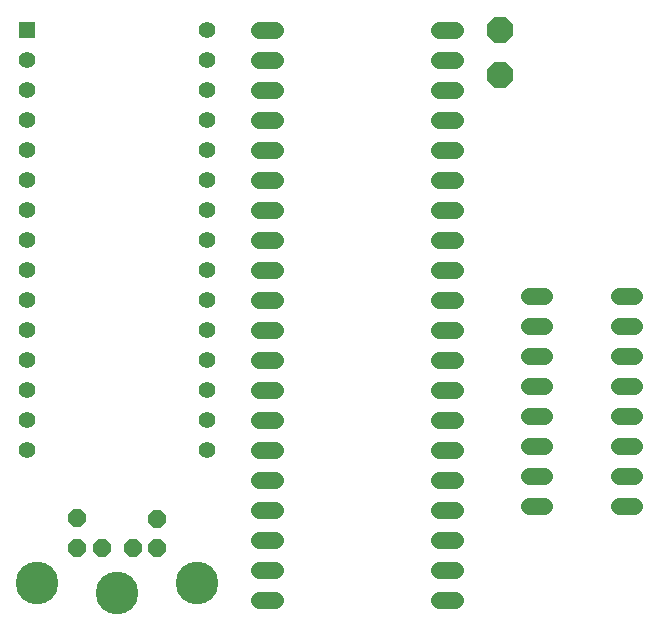
<source format=gbr>
G04 EAGLE Gerber RS-274X export*
G75*
%MOMM*%
%FSLAX34Y34*%
%LPD*%
%INSoldermask Top*%
%IPPOS*%
%AMOC8*
5,1,8,0,0,1.08239X$1,22.5*%
G01*
%ADD10R,1.409600X1.409600*%
%ADD11C,1.409600*%
%ADD12C,1.422400*%
%ADD13C,3.601600*%
%ADD14P,1.649562X8X202.500000*%
%ADD15P,2.446851X8X112.500000*%


D10*
X19050Y508000D03*
D11*
X19050Y482600D03*
X19050Y457200D03*
X19050Y431800D03*
X19050Y406400D03*
X19050Y381000D03*
X19050Y355600D03*
X19050Y330200D03*
X19050Y304800D03*
X19050Y279400D03*
X19050Y254000D03*
X19050Y228600D03*
X19050Y203200D03*
X19050Y177800D03*
X19050Y152400D03*
X171450Y152400D03*
X171450Y177800D03*
X171450Y203200D03*
X171450Y228600D03*
X171450Y254000D03*
X171450Y279400D03*
X171450Y304800D03*
X171450Y330200D03*
X171450Y355600D03*
X171450Y381000D03*
X171450Y406400D03*
X171450Y431800D03*
X171450Y457200D03*
X171450Y482600D03*
X171450Y508000D03*
D12*
X215646Y508000D02*
X228854Y508000D01*
X228854Y482600D02*
X215646Y482600D01*
X215646Y457200D02*
X228854Y457200D01*
X228854Y431800D02*
X215646Y431800D01*
X215646Y406400D02*
X228854Y406400D01*
X228854Y381000D02*
X215646Y381000D01*
X215646Y355600D02*
X228854Y355600D01*
X228854Y330200D02*
X215646Y330200D01*
X215646Y304800D02*
X228854Y304800D01*
X228854Y279400D02*
X215646Y279400D01*
X215646Y254000D02*
X228854Y254000D01*
X228854Y228600D02*
X215646Y228600D01*
X215646Y203200D02*
X228854Y203200D01*
X228854Y177800D02*
X215646Y177800D01*
X215646Y152400D02*
X228854Y152400D01*
X228854Y127000D02*
X215646Y127000D01*
X215646Y101600D02*
X228854Y101600D01*
X228854Y76200D02*
X215646Y76200D01*
X215646Y50800D02*
X228854Y50800D01*
X228854Y25400D02*
X215646Y25400D01*
X368046Y25400D02*
X381254Y25400D01*
X381254Y50800D02*
X368046Y50800D01*
X368046Y76200D02*
X381254Y76200D01*
X381254Y101600D02*
X368046Y101600D01*
X368046Y127000D02*
X381254Y127000D01*
X381254Y152400D02*
X368046Y152400D01*
X368046Y177800D02*
X381254Y177800D01*
X381254Y203200D02*
X368046Y203200D01*
X368046Y228600D02*
X381254Y228600D01*
X381254Y254000D02*
X368046Y254000D01*
X368046Y279400D02*
X381254Y279400D01*
X381254Y304800D02*
X368046Y304800D01*
X368046Y330200D02*
X381254Y330200D01*
X381254Y355600D02*
X368046Y355600D01*
X368046Y381000D02*
X381254Y381000D01*
X381254Y406400D02*
X368046Y406400D01*
X368046Y431800D02*
X381254Y431800D01*
X381254Y457200D02*
X368046Y457200D01*
X368046Y482600D02*
X381254Y482600D01*
X381254Y508000D02*
X368046Y508000D01*
D13*
X27250Y39250D03*
X162750Y39250D03*
X95250Y31250D03*
D14*
X82250Y69250D03*
X108250Y69250D03*
X129250Y69250D03*
X61250Y69250D03*
X61250Y94250D03*
X129250Y93750D03*
D15*
X419100Y508000D03*
X419100Y469900D03*
D12*
X443696Y282350D02*
X456904Y282350D01*
X456904Y256950D02*
X443696Y256950D01*
X443696Y180750D02*
X456904Y180750D01*
X456904Y155350D02*
X443696Y155350D01*
X443696Y231550D02*
X456904Y231550D01*
X456904Y206150D02*
X443696Y206150D01*
X443696Y129950D02*
X456904Y129950D01*
X456904Y104550D02*
X443696Y104550D01*
X519896Y104550D02*
X533104Y104550D01*
X533104Y129950D02*
X519896Y129950D01*
X519896Y155350D02*
X533104Y155350D01*
X533104Y180750D02*
X519896Y180750D01*
X519896Y206150D02*
X533104Y206150D01*
X533104Y231550D02*
X519896Y231550D01*
X519896Y256950D02*
X533104Y256950D01*
X533104Y282350D02*
X519896Y282350D01*
M02*

</source>
